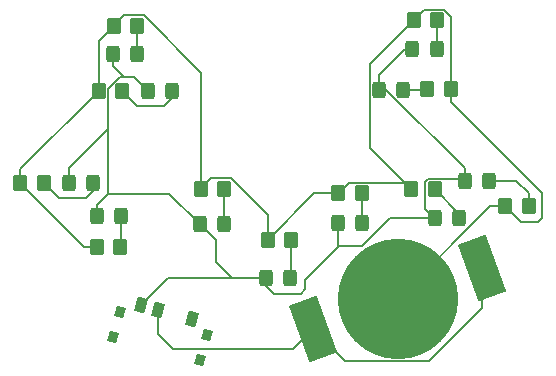
<source format=gbl>
G04 #@! TF.GenerationSoftware,KiCad,Pcbnew,7.0.1-0*
G04 #@! TF.CreationDate,2023-08-23T15:24:57+02:00*
G04 #@! TF.ProjectId,pumpkin,70756d70-6b69-46e2-9e6b-696361645f70,rev?*
G04 #@! TF.SameCoordinates,Original*
G04 #@! TF.FileFunction,Copper,L4,Bot*
G04 #@! TF.FilePolarity,Positive*
%FSLAX46Y46*%
G04 Gerber Fmt 4.6, Leading zero omitted, Abs format (unit mm)*
G04 Created by KiCad (PCBNEW 7.0.1-0) date 2023-08-23 15:24:57*
%MOMM*%
%LPD*%
G01*
G04 APERTURE LIST*
G04 Aperture macros list*
%AMRoundRect*
0 Rectangle with rounded corners*
0 $1 Rounding radius*
0 $2 $3 $4 $5 $6 $7 $8 $9 X,Y pos of 4 corners*
0 Add a 4 corners polygon primitive as box body*
4,1,4,$2,$3,$4,$5,$6,$7,$8,$9,$2,$3,0*
0 Add four circle primitives for the rounded corners*
1,1,$1+$1,$2,$3*
1,1,$1+$1,$4,$5*
1,1,$1+$1,$6,$7*
1,1,$1+$1,$8,$9*
0 Add four rect primitives between the rounded corners*
20,1,$1+$1,$2,$3,$4,$5,0*
20,1,$1+$1,$4,$5,$6,$7,0*
20,1,$1+$1,$6,$7,$8,$9,0*
20,1,$1+$1,$8,$9,$2,$3,0*%
%AMRotRect*
0 Rectangle, with rotation*
0 The origin of the aperture is its center*
0 $1 length*
0 $2 width*
0 $3 Rotation angle, in degrees counterclockwise*
0 Add horizontal line*
21,1,$1,$2,0,0,$3*%
G04 Aperture macros list end*
G04 #@! TA.AperFunction,SMDPad,CuDef*
%ADD10RoundRect,0.250000X0.325000X0.450000X-0.325000X0.450000X-0.325000X-0.450000X0.325000X-0.450000X0*%
G04 #@! TD*
G04 #@! TA.AperFunction,SMDPad,CuDef*
%ADD11RotRect,0.900000X1.250000X165.000000*%
G04 #@! TD*
G04 #@! TA.AperFunction,SMDPad,CuDef*
%ADD12RotRect,0.800000X0.900000X165.000000*%
G04 #@! TD*
G04 #@! TA.AperFunction,SMDPad,CuDef*
%ADD13RoundRect,0.250000X0.350000X0.450000X-0.350000X0.450000X-0.350000X-0.450000X0.350000X-0.450000X0*%
G04 #@! TD*
G04 #@! TA.AperFunction,SMDPad,CuDef*
%ADD14RotRect,2.500000X5.100000X200.000000*%
G04 #@! TD*
G04 #@! TA.AperFunction,SMDPad,CuDef*
%ADD15C,10.200000*%
G04 #@! TD*
G04 #@! TA.AperFunction,SMDPad,CuDef*
%ADD16RoundRect,0.250000X-0.350000X-0.450000X0.350000X-0.450000X0.350000X0.450000X-0.350000X0.450000X0*%
G04 #@! TD*
G04 #@! TA.AperFunction,Conductor*
%ADD17C,0.127000*%
G04 #@! TD*
G04 #@! TA.AperFunction,Conductor*
%ADD18C,0.150000*%
G04 #@! TD*
G04 APERTURE END LIST*
D10*
X160215000Y-103330000D03*
X158165000Y-103330000D03*
D11*
X137610383Y-111858047D03*
X134712605Y-111081590D03*
X133263716Y-110693361D03*
D12*
X138855219Y-113200994D03*
X138285817Y-115326031D03*
X130944781Y-113359006D03*
X131514183Y-111233969D03*
D10*
X158322500Y-89020000D03*
X156272500Y-89020000D03*
D13*
X158140000Y-100860000D03*
X156140000Y-100860000D03*
D10*
X145930000Y-108390000D03*
X143880000Y-108390000D03*
X129222500Y-100340000D03*
X127172500Y-100340000D03*
X131615000Y-103140000D03*
X129565000Y-103140000D03*
X162730000Y-100180000D03*
X160680000Y-100180000D03*
D13*
X125070000Y-100350000D03*
X123070000Y-100350000D03*
X131710000Y-92560000D03*
X129710000Y-92560000D03*
X166100000Y-102310000D03*
X164100000Y-102310000D03*
D14*
X162170000Y-107530000D03*
X147886672Y-112728706D03*
D15*
X155028336Y-110129353D03*
D13*
X131530000Y-105760000D03*
X129530000Y-105760000D03*
X152000000Y-101230000D03*
X150000000Y-101230000D03*
D16*
X157540000Y-92380000D03*
X159540000Y-92380000D03*
D10*
X135892500Y-92550000D03*
X133842500Y-92550000D03*
D13*
X158380000Y-86550000D03*
X156380000Y-86550000D03*
X146020000Y-105160000D03*
X144020000Y-105160000D03*
D10*
X132950000Y-89410000D03*
X130900000Y-89410000D03*
X155465000Y-92490000D03*
X153415000Y-92490000D03*
D13*
X132970000Y-87050000D03*
X130970000Y-87050000D03*
D10*
X152002500Y-103770000D03*
X149952500Y-103770000D03*
X140305000Y-103810000D03*
X138255000Y-103810000D03*
D13*
X140350000Y-100830000D03*
X138350000Y-100830000D03*
D17*
X162170000Y-110900000D02*
X162170000Y-107530000D01*
X136032637Y-114431729D02*
X146183649Y-114431729D01*
X157650147Y-115419853D02*
X162170000Y-110900000D01*
X147886672Y-112728706D02*
X150577819Y-115419853D01*
X134712605Y-111081590D02*
X134712605Y-113111697D01*
X134712605Y-113111697D02*
X136032637Y-114431729D01*
X150577819Y-115419853D02*
X157650147Y-115419853D01*
X146183649Y-114431729D02*
X147886672Y-112728706D01*
X159540000Y-93520000D02*
X167250000Y-101230000D01*
X156140000Y-100860000D02*
X155619500Y-100339500D01*
X158912461Y-85659500D02*
X159540000Y-86287039D01*
X167250000Y-101230000D02*
X167250000Y-103330000D01*
X162847689Y-102310000D02*
X155028336Y-110129353D01*
X157270500Y-85659500D02*
X158912461Y-85659500D01*
X131860500Y-86159500D02*
X133502461Y-86159500D01*
X150000000Y-101230000D02*
X147950000Y-101230000D01*
X165450000Y-103660000D02*
X164100000Y-102310000D01*
X147950000Y-101230000D02*
X144020000Y-105160000D01*
X138350000Y-100830000D02*
X139240500Y-99939500D01*
X164100000Y-102310000D02*
X162847689Y-102310000D01*
X129710000Y-88310000D02*
X129710000Y-92560000D01*
X150890500Y-100339500D02*
X150000000Y-101230000D01*
X159540000Y-92380000D02*
X159540000Y-93520000D01*
X140882461Y-99939500D02*
X144020000Y-103077039D01*
X167250000Y-103330000D02*
X166920000Y-103660000D01*
X152649500Y-97369500D02*
X152649500Y-90280500D01*
X138350000Y-91007039D02*
X138350000Y-100830000D01*
X156140000Y-100860000D02*
X152649500Y-97369500D01*
X159540000Y-86287039D02*
X159540000Y-92380000D01*
X166920000Y-103660000D02*
X165450000Y-103660000D01*
X130970000Y-87050000D02*
X131860500Y-86159500D01*
X144020000Y-103077039D02*
X144020000Y-105160000D01*
X123070000Y-100350000D02*
X128480000Y-105760000D01*
X152649500Y-90280500D02*
X156380000Y-86550000D01*
X130970000Y-87050000D02*
X129710000Y-88310000D01*
X139240500Y-99939500D02*
X140882461Y-99939500D01*
X133502461Y-86159500D02*
X138350000Y-91007039D01*
X128480000Y-105760000D02*
X129530000Y-105760000D01*
X155619500Y-100339500D02*
X150890500Y-100339500D01*
X156380000Y-86550000D02*
X157270500Y-85659500D01*
X123070000Y-99200000D02*
X123070000Y-100350000D01*
X129710000Y-92560000D02*
X123070000Y-99200000D01*
X132950000Y-89410000D02*
X132950000Y-87070000D01*
X132950000Y-87070000D02*
X132970000Y-87050000D01*
X130500000Y-95790000D02*
X130500000Y-101240000D01*
X151965792Y-105710000D02*
X149952500Y-105710000D01*
X139609500Y-107022461D02*
X140977039Y-108390000D01*
D18*
X135567077Y-108390000D02*
X141090000Y-108390000D01*
D17*
X149952500Y-105710000D02*
X149952500Y-105765461D01*
X139609500Y-105164500D02*
X139609500Y-107022461D01*
X130500000Y-92347039D02*
X130500000Y-95790000D01*
X135685000Y-101240000D02*
X138255000Y-103810000D01*
X140977039Y-108390000D02*
X141090000Y-108390000D01*
X160680000Y-100180000D02*
X160469500Y-99969500D01*
X158165000Y-103330000D02*
X157349500Y-102514500D01*
X155620000Y-89020000D02*
X153410000Y-91230000D01*
X158165000Y-103330000D02*
X154345792Y-103330000D01*
X127180000Y-100332500D02*
X127172500Y-100340000D01*
X147160000Y-109360000D02*
X146810000Y-109710000D01*
X132652500Y-91360000D02*
X133842500Y-92550000D01*
D18*
X133263716Y-110693361D02*
X135567077Y-108390000D01*
D17*
X131820000Y-91360000D02*
X132652500Y-91360000D01*
X153415000Y-91235000D02*
X153415000Y-92490000D01*
X160680000Y-100180000D02*
X160680000Y-99102961D01*
X130500000Y-101240000D02*
X135685000Y-101240000D01*
X147160000Y-108557961D02*
X147160000Y-109360000D01*
X157349500Y-102514500D02*
X157349500Y-100227539D01*
X131487039Y-91360000D02*
X130500000Y-92347039D01*
X129565000Y-102175000D02*
X129565000Y-103140000D01*
X141090000Y-108390000D02*
X143880000Y-108390000D01*
X160469500Y-99969500D02*
X157607539Y-99969500D01*
X130900000Y-89410000D02*
X130900000Y-90440000D01*
X131820000Y-91360000D02*
X131487039Y-91360000D01*
X149952500Y-103770000D02*
X149952500Y-105710000D01*
X146810000Y-109710000D02*
X144550000Y-109710000D01*
X154067039Y-92490000D02*
X160680000Y-99102961D01*
X144550000Y-109710000D02*
X144540000Y-109720000D01*
X130500000Y-95790000D02*
X127180000Y-99110000D01*
X138255000Y-103810000D02*
X139609500Y-105164500D01*
X130900000Y-90440000D02*
X131820000Y-91360000D01*
X153410000Y-91230000D02*
X153415000Y-91235000D01*
X154345792Y-103330000D02*
X151965792Y-105710000D01*
X127180000Y-99110000D02*
X127180000Y-100332500D01*
X144540000Y-109720000D02*
X143880000Y-109060000D01*
X130500000Y-101240000D02*
X129565000Y-102175000D01*
X156272500Y-89020000D02*
X155620000Y-89020000D01*
X157349500Y-100227539D02*
X157607539Y-99969500D01*
X143880000Y-109060000D02*
X143880000Y-108390000D01*
X153415000Y-92490000D02*
X154067039Y-92490000D01*
X149952500Y-105765461D02*
X147160000Y-108557961D01*
X158380000Y-86550000D02*
X158322500Y-86607500D01*
X158322500Y-86607500D02*
X158322500Y-89020000D01*
X132940000Y-93790000D02*
X135220000Y-93790000D01*
X131710000Y-92560000D02*
X132940000Y-93790000D01*
X135220000Y-93790000D02*
X135892500Y-93117500D01*
X135892500Y-93117500D02*
X135892500Y-92550000D01*
X157430000Y-92490000D02*
X157540000Y-92380000D01*
X155465000Y-92490000D02*
X157430000Y-92490000D01*
X125070000Y-100350000D02*
X126360000Y-101640000D01*
X128620000Y-101640000D02*
X129222500Y-101037500D01*
X126360000Y-101640000D02*
X128620000Y-101640000D01*
X129222500Y-101037500D02*
X129222500Y-100340000D01*
X131615000Y-103140000D02*
X131615000Y-105675000D01*
X131615000Y-105675000D02*
X131530000Y-105760000D01*
X140305000Y-103810000D02*
X140305000Y-100875000D01*
X140305000Y-100875000D02*
X140350000Y-100830000D01*
X146020000Y-105160000D02*
X146020000Y-108300000D01*
X146020000Y-108300000D02*
X145930000Y-108390000D01*
X152000000Y-103767500D02*
X152002500Y-103770000D01*
X152000000Y-101230000D02*
X152000000Y-103767500D01*
X160215000Y-102935000D02*
X160215000Y-103330000D01*
X158140000Y-100860000D02*
X160215000Y-102935000D01*
X166100000Y-101220000D02*
X166100000Y-102310000D01*
X162730000Y-100180000D02*
X165060000Y-100180000D01*
X165060000Y-100180000D02*
X166100000Y-101220000D01*
M02*

</source>
